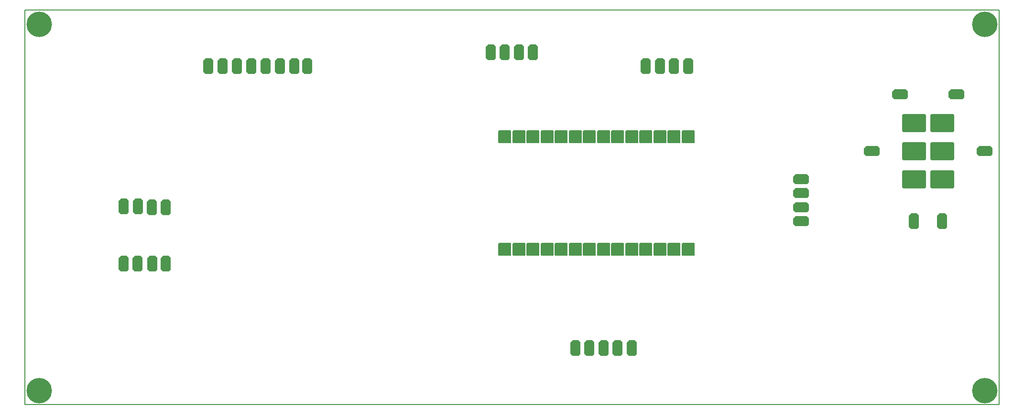
<source format=gbr>
G04 PROTEUS RS274X GERBER FILE*
%FSLAX45Y45*%
%MOMM*%
G01*
%AMPPAD008*
4,1,36,
-1.016000,1.143000,
1.016000,1.143000,
1.041970,1.140470,
1.065980,1.133200,
1.087580,1.121650,
1.106290,1.106290,
1.121650,1.087570,
1.133200,1.065980,
1.140470,1.041970,
1.143000,1.016000,
1.143000,-1.016000,
1.140470,-1.041970,
1.133200,-1.065980,
1.121650,-1.087570,
1.106290,-1.106290,
1.087580,-1.121650,
1.065980,-1.133200,
1.041970,-1.140470,
1.016000,-1.143000,
-1.016000,-1.143000,
-1.041970,-1.140470,
-1.065980,-1.133200,
-1.087580,-1.121650,
-1.106290,-1.106290,
-1.121650,-1.087570,
-1.133200,-1.065980,
-1.140470,-1.041970,
-1.143000,-1.016000,
-1.143000,1.016000,
-1.140470,1.041970,
-1.133200,1.065980,
-1.121650,1.087570,
-1.106290,1.106290,
-1.087580,1.121650,
-1.065980,1.133200,
-1.041970,1.140470,
-1.016000,1.143000,
0*%
%ADD18PPAD008*%
%AMPPAD009*
4,1,8,
0.509800,-1.397000,
-0.509800,-1.397000,
-0.889000,-1.017800,
-0.889000,1.017800,
-0.509800,1.397000,
0.509800,1.397000,
0.889000,1.017800,
0.889000,-1.017800,
0.509800,-1.397000,
0*%
%ADD19PPAD009*%
%AMPPAD010*
4,1,8,
-1.397000,-0.509800,
-1.397000,0.509800,
-1.017800,0.889000,
1.017800,0.889000,
1.397000,0.509800,
1.397000,-0.509800,
1.017800,-0.889000,
-1.017800,-0.889000,
-1.397000,-0.509800,
0*%
%ADD70PPAD010*%
%AMPPAD011*
4,1,36,
-2.127000,-1.195200,
-2.127000,1.195200,
-2.118410,1.283490,
-2.093690,1.365130,
-2.054420,1.438560,
-2.002180,1.502180,
-1.938560,1.554420,
-1.865130,1.593690,
-1.783490,1.618410,
-1.695200,1.627000,
1.695200,1.627000,
1.783490,1.618410,
1.865130,1.593690,
1.938560,1.554420,
2.002180,1.502180,
2.054420,1.438560,
2.093690,1.365130,
2.118410,1.283490,
2.127000,1.195200,
2.127000,-1.195200,
2.118410,-1.283490,
2.093690,-1.365130,
2.054420,-1.438560,
2.002180,-1.502180,
1.938560,-1.554420,
1.865130,-1.593690,
1.783490,-1.618410,
1.695200,-1.627000,
-1.695200,-1.627000,
-1.783490,-1.618410,
-1.865130,-1.593690,
-1.938560,-1.554420,
-2.002180,-1.502180,
-2.054420,-1.438560,
-2.093690,-1.365130,
-2.118410,-1.283490,
-2.127000,-1.195200,
0*%
%ADD71PPAD011*%
%ADD20C,4.508000*%
%ADD16C,0.203200*%
D18*
X-2750000Y-1750000D03*
X-2500000Y-1750000D03*
X-2250000Y-1750000D03*
X-2000000Y-1750000D03*
X-1750000Y-1750000D03*
X-1500000Y-1750000D03*
X-1250000Y-1750000D03*
X-1000000Y-1750000D03*
X-750000Y-1750000D03*
X-500000Y-1750000D03*
X-250000Y-1750000D03*
X+0Y-1750000D03*
X+250000Y-1750000D03*
X+500000Y-1750000D03*
X+500000Y-3750000D03*
X+250000Y-3750000D03*
X+0Y-3750000D03*
X-250000Y-3750000D03*
X-500000Y-3750000D03*
X-750000Y-3750000D03*
X-1000000Y-3750000D03*
X-1250000Y-3750000D03*
X-1500000Y-3750000D03*
X-1750000Y-3750000D03*
X-2000000Y-3750000D03*
X-2250000Y-3750000D03*
X-2500000Y-3750000D03*
X-2750000Y-3750000D03*
D19*
X-2250000Y-250000D03*
X-2500000Y-250000D03*
X-2750000Y-250000D03*
X-3000000Y-250000D03*
X+500000Y-500000D03*
X+250000Y-500000D03*
X+0Y-500000D03*
X-250000Y-500000D03*
X-9500000Y-4000000D03*
X-9250000Y-4000000D03*
X-8992000Y-4000000D03*
X-8750000Y-4000000D03*
X-9500000Y-2988000D03*
X-9246000Y-2988000D03*
X-9000000Y-3000000D03*
X-8750000Y-3000000D03*
X-7750000Y-500000D03*
X-7496000Y-500000D03*
X-7242000Y-500000D03*
X-6988000Y-500000D03*
X-6734000Y-500000D03*
X-6480000Y-500000D03*
X-6250000Y-500000D03*
X-8000000Y-500000D03*
X-500000Y-5500000D03*
X-750000Y-5500000D03*
X-1000000Y-5500000D03*
X-1250000Y-5500000D03*
X-1500000Y-5500000D03*
D70*
X+2500000Y-3250000D03*
X+2500000Y-3000000D03*
X+2500000Y-2750000D03*
X+2500000Y-2500000D03*
D71*
X+4500000Y-2500000D03*
X+5000000Y-2500000D03*
X+4500000Y-1500000D03*
X+4500000Y-2000000D03*
X+5000000Y-1500000D03*
X+5000000Y-2000000D03*
D19*
X+4500000Y-3250000D03*
X+5000000Y-3250000D03*
D70*
X+4250000Y-1000000D03*
X+5250000Y-1000000D03*
D20*
X-11000000Y-6250000D03*
X+5750000Y-6250000D03*
X-11000000Y+250000D03*
X+5750000Y+250000D03*
D70*
X+3750000Y-2000000D03*
X+5750000Y-2000000D03*
D16*
X-11250000Y-6500000D02*
X+6000000Y-6500000D01*
X+6000000Y+500000D01*
X-11250000Y+500000D01*
X-11250000Y-6500000D01*
M02*

</source>
